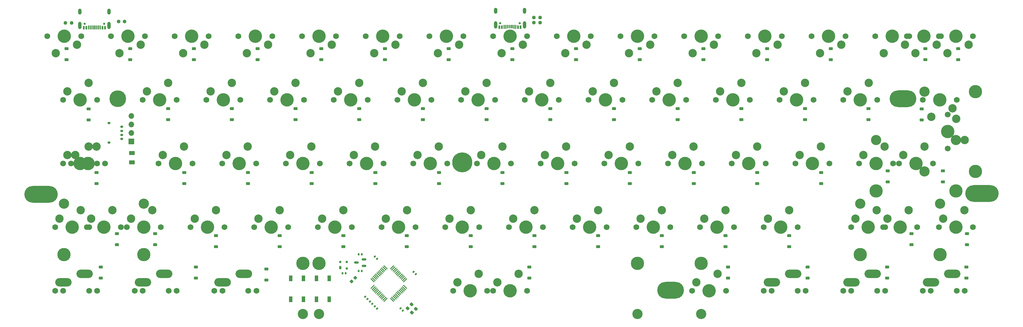
<source format=gbs>
G04 #@! TF.GenerationSoftware,KiCad,Pcbnew,8.0.4*
G04 #@! TF.CreationDate,2024-08-26T00:00:45+02:00*
G04 #@! TF.ProjectId,keyboard,6b657962-6f61-4726-942e-6b696361645f,rev?*
G04 #@! TF.SameCoordinates,Original*
G04 #@! TF.FileFunction,Soldermask,Bot*
G04 #@! TF.FilePolarity,Negative*
%FSLAX46Y46*%
G04 Gerber Fmt 4.6, Leading zero omitted, Abs format (unit mm)*
G04 Created by KiCad (PCBNEW 8.0.4) date 2024-08-26 00:00:45*
%MOMM*%
%LPD*%
G01*
G04 APERTURE LIST*
G04 Aperture macros list*
%AMRoundRect*
0 Rectangle with rounded corners*
0 $1 Rounding radius*
0 $2 $3 $4 $5 $6 $7 $8 $9 X,Y pos of 4 corners*
0 Add a 4 corners polygon primitive as box body*
4,1,4,$2,$3,$4,$5,$6,$7,$8,$9,$2,$3,0*
0 Add four circle primitives for the rounded corners*
1,1,$1+$1,$2,$3*
1,1,$1+$1,$4,$5*
1,1,$1+$1,$6,$7*
1,1,$1+$1,$8,$9*
0 Add four rect primitives between the rounded corners*
20,1,$1+$1,$2,$3,$4,$5,0*
20,1,$1+$1,$4,$5,$6,$7,0*
20,1,$1+$1,$6,$7,$8,$9,0*
20,1,$1+$1,$8,$9,$2,$3,0*%
G04 Aperture macros list end*
%ADD10RoundRect,0.237500X-0.344715X0.008839X0.008839X-0.344715X0.344715X-0.008839X-0.008839X0.344715X0*%
%ADD11C,1.750000*%
%ADD12C,4.000000*%
%ADD13C,2.500000*%
%ADD14O,4.900000X2.500000*%
%ADD15C,3.048000*%
%ADD16C,3.987800*%
%ADD17RoundRect,0.225000X-0.375000X0.225000X-0.375000X-0.225000X0.375000X-0.225000X0.375000X0.225000X0*%
%ADD18RoundRect,0.225000X0.375000X-0.225000X0.375000X0.225000X-0.375000X0.225000X-0.375000X-0.225000X0*%
%ADD19RoundRect,0.140000X0.219203X0.021213X0.021213X0.219203X-0.219203X-0.021213X-0.021213X-0.219203X0*%
%ADD20RoundRect,0.140000X-0.219203X-0.021213X-0.021213X-0.219203X0.219203X0.021213X0.021213X0.219203X0*%
%ADD21O,8.000000X5.000000*%
%ADD22O,10.000000X5.000000*%
%ADD23RoundRect,0.237500X-0.250000X-0.237500X0.250000X-0.237500X0.250000X0.237500X-0.250000X0.237500X0*%
%ADD24RoundRect,0.140000X-0.140000X-0.170000X0.140000X-0.170000X0.140000X0.170000X-0.140000X0.170000X0*%
%ADD25RoundRect,0.237500X0.250000X0.237500X-0.250000X0.237500X-0.250000X-0.237500X0.250000X-0.237500X0*%
%ADD26RoundRect,0.250000X-0.625000X0.375000X-0.625000X-0.375000X0.625000X-0.375000X0.625000X0.375000X0*%
%ADD27R,1.700000X1.700000*%
%ADD28O,1.700000X1.700000*%
%ADD29RoundRect,0.140000X0.140000X0.170000X-0.140000X0.170000X-0.140000X-0.170000X0.140000X-0.170000X0*%
%ADD30RoundRect,0.075000X-0.415425X-0.521491X0.521491X0.415425X0.415425X0.521491X-0.521491X-0.415425X0*%
%ADD31RoundRect,0.075000X0.415425X-0.521491X0.521491X-0.415425X-0.415425X0.521491X-0.521491X0.415425X0*%
%ADD32C,5.000000*%
%ADD33RoundRect,0.150000X0.275000X-0.150000X0.275000X0.150000X-0.275000X0.150000X-0.275000X-0.150000X0*%
%ADD34RoundRect,0.175000X0.225000X-0.175000X0.225000X0.175000X-0.225000X0.175000X-0.225000X-0.175000X0*%
%ADD35R,1.000000X1.700000*%
%ADD36RoundRect,0.225000X-0.017678X0.335876X-0.335876X0.017678X0.017678X-0.335876X0.335876X-0.017678X0*%
%ADD37C,0.650000*%
%ADD38R,0.600000X1.100000*%
%ADD39R,0.300000X1.240000*%
%ADD40R,0.300000X1.020000*%
%ADD41R,0.300000X1.120000*%
%ADD42O,1.000000X1.800000*%
%ADD43O,1.000000X2.200000*%
%ADD44RoundRect,0.150000X0.512500X0.150000X-0.512500X0.150000X-0.512500X-0.150000X0.512500X-0.150000X0*%
%ADD45C,6.000000*%
%ADD46RoundRect,0.175000X-0.175000X-0.325000X0.175000X-0.325000X0.175000X0.325000X-0.175000X0.325000X0*%
%ADD47RoundRect,0.150000X-0.200000X-0.150000X0.200000X-0.150000X0.200000X0.150000X-0.200000X0.150000X0*%
G04 APERTURE END LIST*
D10*
X103900000Y-80300000D03*
X105190470Y-81590470D03*
X102754765Y-81454765D03*
X104045235Y-82745235D03*
D11*
X118745000Y-19050000D03*
D12*
X123825000Y-19050000D03*
D11*
X128905000Y-19050000D03*
D13*
X120015000Y-16510000D03*
X126365000Y-13970000D03*
D11*
X175895000Y-19050000D03*
D12*
X180975000Y-19050000D03*
D11*
X186055000Y-19050000D03*
D13*
X177165000Y-16510000D03*
X183515000Y-13970000D03*
D11*
X176530000Y0D03*
D12*
X171450000Y0D03*
D11*
X166370000Y0D03*
D13*
X175260000Y-2540000D03*
X168910000Y-5080000D03*
D11*
X209213750Y-76200000D03*
X211613750Y-76200000D03*
X219373750Y-76200000D03*
X221773750Y-76200000D03*
D14*
X211683750Y-73660000D03*
D13*
X212883750Y-73660000D03*
D14*
X218033750Y-71120000D03*
D13*
X219233750Y-71120000D03*
D11*
X100330000Y0D03*
D12*
X95250000Y0D03*
D11*
X90170000Y0D03*
D13*
X99060000Y-2540000D03*
X92710000Y-5080000D03*
D11*
X233026250Y-76200000D03*
X235426250Y-76200000D03*
X243186250Y-76200000D03*
X245586250Y-76200000D03*
D14*
X235496250Y-73660000D03*
D13*
X236696250Y-73660000D03*
D14*
X241846250Y-71120000D03*
D13*
X243046250Y-71120000D03*
D11*
X252730000Y0D03*
D12*
X247650000Y0D03*
D11*
X242570000Y0D03*
D13*
X251460000Y-2540000D03*
X245110000Y-5080000D03*
D11*
X43180000Y0D03*
D12*
X38100000Y0D03*
D11*
X33020000Y0D03*
D13*
X41910000Y-2540000D03*
X35560000Y-5080000D03*
D11*
X24130000Y0D03*
D12*
X19050000Y0D03*
D11*
X13970000Y0D03*
D13*
X22860000Y-2540000D03*
X16510000Y-5080000D03*
D11*
X261620000Y-57150000D03*
D12*
X266700000Y-57150000D03*
D11*
X271780000Y-57150000D03*
D13*
X262890000Y-54610000D03*
X269240000Y-52070000D03*
D11*
X213995000Y-19050000D03*
D12*
X219075000Y-19050000D03*
D11*
X224155000Y-19050000D03*
D13*
X215265000Y-16510000D03*
X221615000Y-13970000D03*
D11*
X199707500Y-38100000D03*
D12*
X204787500Y-38100000D03*
D11*
X209867500Y-38100000D03*
D13*
X200977500Y-35560000D03*
X207327500Y-33020000D03*
D11*
X138430000Y0D03*
D12*
X133350000Y0D03*
D11*
X128270000Y0D03*
D13*
X137160000Y-2540000D03*
X130810000Y-5080000D03*
D11*
X157480000Y0D03*
D12*
X152400000Y0D03*
D11*
X147320000Y0D03*
D13*
X156210000Y-2540000D03*
X149860000Y-5080000D03*
D11*
X256838750Y-76200000D03*
X259238750Y-76200000D03*
X266998750Y-76200000D03*
X269398750Y-76200000D03*
D14*
X259308750Y-73660000D03*
D13*
X260508750Y-73660000D03*
D14*
X265658750Y-71120000D03*
D13*
X266858750Y-71120000D03*
D15*
X242855750Y-31115000D03*
D16*
X242855750Y-46325000D03*
D15*
X266731750Y-31115000D03*
D16*
X266731750Y-46325000D03*
D11*
X28257500Y-38100000D03*
D12*
X33337500Y-38100000D03*
D11*
X38417500Y-38100000D03*
D13*
X29527500Y-35560000D03*
X35877500Y-33020000D03*
D11*
X237820000Y-38100000D03*
D12*
X242900000Y-38100000D03*
D11*
X247980000Y-38100000D03*
D13*
X239090000Y-35560000D03*
X245440000Y-33020000D03*
D11*
X5080000Y0D03*
D12*
X0Y0D03*
D11*
X-5080000Y0D03*
D13*
X3810000Y-2540000D03*
X-2540000Y-5080000D03*
D11*
X-2700000Y-57150000D03*
D12*
X2380000Y-57150000D03*
D11*
X7460000Y-57150000D03*
D13*
X-1430000Y-54610000D03*
X4920000Y-52070000D03*
D11*
X194945000Y-19050000D03*
D12*
X200025000Y-19050000D03*
D11*
X205105000Y-19050000D03*
D13*
X196215000Y-16510000D03*
X202565000Y-13970000D03*
D11*
X249713750Y-38100000D03*
D12*
X254793750Y-38100000D03*
D11*
X259873750Y-38100000D03*
D13*
X250983750Y-35560000D03*
X257333750Y-33020000D03*
D11*
X152082500Y-57150000D03*
D12*
X157162500Y-57150000D03*
D11*
X162242500Y-57150000D03*
D13*
X153352500Y-54610000D03*
X159702500Y-52070000D03*
D11*
X94932500Y-57150000D03*
D12*
X100012500Y-57150000D03*
D11*
X105092500Y-57150000D03*
D13*
X96202500Y-54610000D03*
X102552500Y-52070000D03*
D11*
X119380000Y0D03*
D12*
X114300000Y0D03*
D11*
X109220000Y0D03*
D13*
X118110000Y-2540000D03*
X111760000Y-5080000D03*
D11*
X195580000Y0D03*
D12*
X190500000Y0D03*
D11*
X185420000Y0D03*
D13*
X194310000Y-2540000D03*
X187960000Y-5080000D03*
D15*
X171443750Y-83185000D03*
D16*
X171443750Y-67975000D03*
D15*
X71443750Y-83185000D03*
D16*
X71443750Y-67975000D03*
D11*
X262280000Y0D03*
D12*
X257200000Y0D03*
D11*
X252120000Y0D03*
D13*
X261010000Y-2540000D03*
X254660000Y-5080000D03*
D11*
X233045000Y-19050000D03*
D12*
X238125000Y-19050000D03*
D11*
X243205000Y-19050000D03*
D13*
X234315000Y-16510000D03*
X240665000Y-13970000D03*
D11*
X99695000Y-19050000D03*
D12*
X104775000Y-19050000D03*
D11*
X109855000Y-19050000D03*
D13*
X100965000Y-16510000D03*
X107315000Y-13970000D03*
D15*
X-31750Y-50165000D03*
D16*
X-31750Y-65375000D03*
D15*
X23844250Y-50165000D03*
D16*
X23844250Y-65375000D03*
D11*
X264320000Y-23490000D03*
D12*
X264320000Y-28570000D03*
D11*
X264320000Y-33650000D03*
D13*
X266860000Y-24760000D03*
X269400000Y-31110000D03*
D11*
X123507500Y-38100000D03*
D12*
X128587500Y-38100000D03*
D11*
X133667500Y-38100000D03*
D13*
X124777500Y-35560000D03*
X131127500Y-33020000D03*
D11*
X161607500Y-38100000D03*
D12*
X166687500Y-38100000D03*
D11*
X171767500Y-38100000D03*
D13*
X162877500Y-35560000D03*
X169227500Y-33020000D03*
D11*
X-2698750Y-76200000D03*
X-298750Y-76200000D03*
X7461250Y-76200000D03*
X9861250Y-76200000D03*
D14*
X-228750Y-73660000D03*
D13*
X971250Y-73660000D03*
D14*
X6121250Y-71120000D03*
D13*
X7321250Y-71120000D03*
D15*
X257335000Y-40508000D03*
D16*
X272545000Y-40508000D03*
D15*
X257335000Y-16632000D03*
D16*
X272545000Y-16632000D03*
D11*
X142557500Y-38100000D03*
D12*
X147637500Y-38100000D03*
D11*
X152717500Y-38100000D03*
D13*
X143827500Y-35560000D03*
X150177500Y-33020000D03*
D11*
X23495000Y-19050000D03*
D12*
X28575000Y-19050000D03*
D11*
X33655000Y-19050000D03*
D13*
X24765000Y-16510000D03*
X31115000Y-13970000D03*
D11*
X233680000Y0D03*
D12*
X228600000Y0D03*
D11*
X223520000Y0D03*
D13*
X232410000Y-2540000D03*
X226060000Y-5080000D03*
D11*
X18720000Y-57150000D03*
D12*
X23800000Y-57150000D03*
D11*
X28880000Y-57150000D03*
D13*
X19990000Y-54610000D03*
X26340000Y-52070000D03*
D11*
X75882500Y-57150000D03*
D12*
X80962500Y-57150000D03*
D11*
X86042500Y-57150000D03*
D13*
X77152500Y-54610000D03*
X83502500Y-52070000D03*
D11*
X180657500Y-38100000D03*
D12*
X185737500Y-38100000D03*
D11*
X190817500Y-38100000D03*
D13*
X181927500Y-35560000D03*
X188277500Y-33020000D03*
D15*
X190500000Y-83186270D03*
D16*
X190500000Y-67976270D03*
D15*
X76200000Y-83186270D03*
D16*
X76200000Y-67976270D03*
D11*
X187801250Y-76200000D03*
D12*
X192881250Y-76200000D03*
D11*
X197961250Y-76200000D03*
D13*
X189071250Y-73660000D03*
X195421250Y-71120000D03*
D15*
X238093250Y-50160050D03*
D16*
X238093250Y-65370050D03*
D15*
X261969250Y-50160050D03*
D16*
X261969250Y-65370050D03*
D11*
X44926250Y-76200000D03*
X47326250Y-76200000D03*
X55086250Y-76200000D03*
X57486250Y-76200000D03*
D14*
X47396250Y-73660000D03*
D13*
X48596250Y-73660000D03*
D14*
X53746250Y-71120000D03*
D13*
X54946250Y-71120000D03*
D11*
X116363750Y-76200000D03*
D12*
X121443750Y-76200000D03*
D11*
X126523750Y-76200000D03*
D13*
X117633750Y-73660000D03*
X123983750Y-71120000D03*
D11*
X137795000Y-19050000D03*
D12*
X142875000Y-19050000D03*
D11*
X147955000Y-19050000D03*
D13*
X139065000Y-16510000D03*
X145415000Y-13970000D03*
D11*
X66357500Y-38100000D03*
D12*
X71437500Y-38100000D03*
D11*
X76517500Y-38100000D03*
D13*
X67627500Y-35560000D03*
X73977500Y-33020000D03*
D11*
X244951250Y-57150000D03*
D12*
X250031250Y-57150000D03*
D11*
X255111250Y-57150000D03*
D13*
X246221250Y-54610000D03*
X252571250Y-52070000D03*
D11*
X156845000Y-19050000D03*
D12*
X161925000Y-19050000D03*
D11*
X167005000Y-19050000D03*
D13*
X158115000Y-16510000D03*
X164465000Y-13970000D03*
D11*
X113982500Y-57150000D03*
D12*
X119062500Y-57150000D03*
D11*
X124142500Y-57150000D03*
D13*
X115252500Y-54610000D03*
X121602500Y-52070000D03*
D11*
X104457500Y-38100000D03*
D12*
X109537500Y-38100000D03*
D11*
X114617500Y-38100000D03*
D13*
X105727500Y-35560000D03*
X112077500Y-33020000D03*
D11*
X56832500Y-57150000D03*
D12*
X61912500Y-57150000D03*
D11*
X66992500Y-57150000D03*
D13*
X58102500Y-54610000D03*
X64452500Y-52070000D03*
D11*
X214630000Y0D03*
D12*
X209550000Y0D03*
D11*
X204470000Y0D03*
D13*
X213360000Y-2540000D03*
X207010000Y-5080000D03*
D11*
X209232500Y-57150000D03*
D12*
X214312500Y-57150000D03*
D11*
X219392500Y-57150000D03*
D13*
X210502500Y-54610000D03*
X216852500Y-52070000D03*
D11*
X171132500Y-57150000D03*
D12*
X176212500Y-57150000D03*
D11*
X181292500Y-57150000D03*
D13*
X172402500Y-54610000D03*
X178752500Y-52070000D03*
D11*
X271780000Y0D03*
D12*
X266700000Y0D03*
D11*
X261620000Y0D03*
D13*
X270510000Y-2540000D03*
X264160000Y-5080000D03*
D11*
X81280000Y0D03*
D12*
X76200000Y0D03*
D11*
X71120000Y0D03*
D13*
X80010000Y-2540000D03*
X73660000Y-5080000D03*
D11*
X61595000Y-19050000D03*
D12*
X66675000Y-19050000D03*
D11*
X71755000Y-19050000D03*
D13*
X62865000Y-16510000D03*
X69215000Y-13970000D03*
D11*
X267017500Y-19050000D03*
D12*
X261937500Y-19050000D03*
D11*
X256857500Y-19050000D03*
D13*
X265747500Y-21590000D03*
X259397500Y-24130000D03*
D11*
X47307500Y-38100000D03*
D12*
X52387500Y-38100000D03*
D11*
X57467500Y-38100000D03*
D13*
X48577500Y-35560000D03*
X54927500Y-33020000D03*
D11*
X235420000Y-57150000D03*
D12*
X240500000Y-57150000D03*
D11*
X245580000Y-57150000D03*
D13*
X236690000Y-54610000D03*
X243040000Y-52070000D03*
D11*
X6826250Y-57150000D03*
D12*
X11906250Y-57150000D03*
D11*
X16986250Y-57150000D03*
D13*
X8096250Y-54610000D03*
X14446250Y-52070000D03*
D11*
X190182500Y-57150000D03*
D12*
X195262500Y-57150000D03*
D11*
X200342500Y-57150000D03*
D13*
X191452500Y-54610000D03*
X197802500Y-52070000D03*
D11*
X133032500Y-57150000D03*
D12*
X138112500Y-57150000D03*
D11*
X143192500Y-57150000D03*
D13*
X134302500Y-54610000D03*
X140652500Y-52070000D03*
D11*
X62230000Y0D03*
D12*
X57150000Y0D03*
D11*
X52070000Y0D03*
D13*
X60960000Y-2540000D03*
X54610000Y-5080000D03*
D11*
X218757500Y-38100000D03*
D12*
X223837500Y-38100000D03*
D11*
X228917500Y-38100000D03*
D13*
X220027500Y-35560000D03*
X226377500Y-33020000D03*
D11*
X-317500Y-38100000D03*
D12*
X4762500Y-38100000D03*
D11*
X9842500Y-38100000D03*
D13*
X952500Y-35560000D03*
X7302500Y-33020000D03*
D11*
X85407500Y-38100000D03*
D12*
X90487500Y-38100000D03*
D11*
X95567500Y-38100000D03*
D13*
X86677500Y-35560000D03*
X93027500Y-33020000D03*
D11*
X37782500Y-57150000D03*
D12*
X42862500Y-57150000D03*
D11*
X47942500Y-57150000D03*
D13*
X39052500Y-54610000D03*
X45402500Y-52070000D03*
D11*
X-317500Y-19050000D03*
D12*
X4762500Y-19050000D03*
D11*
X9842500Y-19050000D03*
D13*
X952500Y-16510000D03*
X7302500Y-13970000D03*
D11*
X21120000Y-76200000D03*
X23520000Y-76200000D03*
X31280000Y-76200000D03*
X33680000Y-76200000D03*
D14*
X23590000Y-73660000D03*
D13*
X24790000Y-73660000D03*
D14*
X29940000Y-71120000D03*
D13*
X31140000Y-71120000D03*
D11*
X2063750Y-38100000D03*
D12*
X7143750Y-38100000D03*
D11*
X12223750Y-38100000D03*
D13*
X3333750Y-35560000D03*
X9683750Y-33020000D03*
D11*
X42545000Y-19050000D03*
D12*
X47625000Y-19050000D03*
D11*
X52705000Y-19050000D03*
D13*
X43815000Y-16510000D03*
X50165000Y-13970000D03*
D11*
X80645000Y-19050000D03*
D12*
X85725000Y-19050000D03*
D11*
X90805000Y-19050000D03*
D13*
X81915000Y-16510000D03*
X88265000Y-13970000D03*
D11*
X128270000Y-76201270D03*
D12*
X133350000Y-76201270D03*
D11*
X138430000Y-76201270D03*
D13*
X129540000Y-73661270D03*
X135890000Y-71121270D03*
D17*
X246150000Y-69099999D03*
X246150000Y-72399999D03*
D18*
X126350000Y-25000000D03*
X126350000Y-21700000D03*
X207300000Y-44100000D03*
X207300000Y-40800000D03*
X115000000Y-7025000D03*
X115000000Y-3725000D03*
X240600000Y-25000000D03*
X240600000Y-21700000D03*
D19*
X93553372Y-66611236D03*
X92874550Y-65932414D03*
D18*
X60500000Y-73000000D03*
X60500000Y-69700000D03*
X95950000Y-7025000D03*
X95950000Y-3725000D03*
D20*
X91450000Y-79400000D03*
X92128822Y-80078822D03*
D18*
X226400000Y-44100000D03*
X226400000Y-40800000D03*
X159700000Y-63000000D03*
X159700000Y-59700000D03*
D20*
X100652725Y-81488764D03*
X101331547Y-82167586D03*
D18*
X102500000Y-63000000D03*
X102500000Y-59700000D03*
X191200000Y-7025000D03*
X191200000Y-3725000D03*
X267400000Y-7025000D03*
X267400000Y-3725000D03*
D21*
X181350000Y-76000000D03*
D18*
X57850000Y-7025000D03*
X57850000Y-3725000D03*
D22*
X274500000Y-47100000D03*
D23*
X140512500Y5625000D03*
X142337500Y5625000D03*
D24*
X88089999Y-65300000D03*
X89049999Y-65300000D03*
D18*
X50150000Y-25000000D03*
X50150000Y-21700000D03*
D25*
X142337500Y4050000D03*
X140512500Y4050000D03*
D26*
X20250000Y-34950000D03*
X20250000Y-37750000D03*
D18*
X121600000Y-63000000D03*
X121600000Y-59700000D03*
X172150000Y-7025000D03*
X172150000Y-3725000D03*
D17*
X198600000Y-69099999D03*
X198600000Y-72399999D03*
D18*
X38800000Y-7025000D03*
X38800000Y-3725000D03*
X169200000Y-44100000D03*
X169200000Y-40800000D03*
X253400000Y-62400000D03*
X253400000Y-59100000D03*
X150200000Y-44100000D03*
X150200000Y-40800000D03*
D27*
X20125000Y-31475000D03*
D28*
X20125000Y-28935000D03*
X20125000Y-26395000D03*
X20125000Y-23855000D03*
D18*
X246300000Y-43600000D03*
X246300000Y-40300000D03*
D19*
X90724945Y-78689411D03*
X90046123Y-78010589D03*
D29*
X89050000Y-70300000D03*
X88090000Y-70300000D03*
D18*
X31100000Y-25000000D03*
X31100000Y-21700000D03*
X153100000Y-7025000D03*
X153100000Y-3725000D03*
X188300000Y-44100000D03*
X188300000Y-40800000D03*
D30*
X96104260Y-78937876D03*
X95750706Y-78584322D03*
X95397153Y-78230769D03*
X95043599Y-77877215D03*
X94690046Y-77523662D03*
X94336493Y-77170109D03*
X93982939Y-76816555D03*
X93629386Y-76463002D03*
X93275833Y-76109449D03*
X92922279Y-75755895D03*
X92568726Y-75402342D03*
X92215172Y-75048788D03*
D31*
X92215172Y-73051212D03*
X92568726Y-72697658D03*
X92922279Y-72344105D03*
X93275833Y-71990551D03*
X93629386Y-71636998D03*
X93982939Y-71283445D03*
X94336493Y-70929891D03*
X94690046Y-70576338D03*
X95043599Y-70222785D03*
X95397153Y-69869231D03*
X95750706Y-69515678D03*
X96104260Y-69162124D03*
D30*
X98101836Y-69162124D03*
X98455390Y-69515678D03*
X98808943Y-69869231D03*
X99162497Y-70222785D03*
X99516050Y-70576338D03*
X99869603Y-70929891D03*
X100223157Y-71283445D03*
X100576710Y-71636998D03*
X100930263Y-71990551D03*
X101283817Y-72344105D03*
X101637370Y-72697658D03*
X101990924Y-73051212D03*
D31*
X101990924Y-75048788D03*
X101637370Y-75402342D03*
X101283817Y-75755895D03*
X100930263Y-76109449D03*
X100576710Y-76463002D03*
X100223157Y-76816555D03*
X99869603Y-77170109D03*
X99516050Y-77523662D03*
X99162497Y-77877215D03*
X98808943Y-78230769D03*
X98455390Y-78584322D03*
X98101836Y-78937876D03*
D18*
X140700000Y-63000000D03*
X140700000Y-59700000D03*
D25*
X18087500Y4375000D03*
X16262500Y4375000D03*
D32*
X16050000Y-18700000D03*
D18*
X54950000Y-44100000D03*
X54950000Y-40800000D03*
D17*
X139170000Y-69100000D03*
X139170000Y-72400000D03*
D20*
X104500000Y-70550000D03*
X105178822Y-71228822D03*
D25*
X2212500Y3975000D03*
X387500Y3975000D03*
D18*
X19750000Y-7025000D03*
X19750000Y-3725000D03*
D33*
X17200000Y-30725000D03*
X17200000Y-29525000D03*
X17200000Y-28325000D03*
X17200000Y-27125000D03*
D34*
X13425000Y-31875000D03*
X13425000Y-25975000D03*
D18*
X93100000Y-44100000D03*
X93100000Y-40800000D03*
D17*
X269900000Y-69099999D03*
X269900000Y-72399999D03*
X39370000Y-69099999D03*
X39370000Y-72399999D03*
D18*
X9700000Y-44100000D03*
X9700000Y-40800000D03*
X45400000Y-63000000D03*
X45400000Y-59700000D03*
X262800000Y-43600000D03*
X262800000Y-40300000D03*
X74000000Y-44100000D03*
X74000000Y-40800000D03*
D35*
X67800000Y-72450000D03*
X67800000Y-78750000D03*
X71600000Y-72450000D03*
X71600000Y-78750000D03*
D18*
X221600000Y-25000000D03*
X221600000Y-21700000D03*
D19*
X93550000Y-81500000D03*
X92871178Y-80821178D03*
D17*
X222400000Y-69099999D03*
X222400000Y-72399999D03*
D18*
X69200000Y-25000000D03*
X69200000Y-21700000D03*
X183500000Y-25000000D03*
X183500000Y-21700000D03*
X35900000Y-44100000D03*
X35900000Y-40800000D03*
D36*
X87046016Y-72303984D03*
X85950000Y-73400000D03*
D18*
X83500000Y-63000000D03*
X83500000Y-59700000D03*
D29*
X84180000Y-70950000D03*
X83220000Y-70950000D03*
D18*
X216850000Y-63000000D03*
X216850000Y-59700000D03*
D21*
X250900000Y-18700000D03*
D18*
X197800000Y-63000000D03*
X197800000Y-59700000D03*
D22*
X-6900000Y-47300000D03*
D18*
X107300000Y-25000000D03*
X107300000Y-21700000D03*
D37*
X130460000Y3900000D03*
X136240000Y3900000D03*
D38*
X130150000Y2725000D03*
X130950000Y2725000D03*
D39*
X132100000Y2800000D03*
D40*
X133100000Y2910000D03*
X133600000Y2910000D03*
D39*
X134600000Y2800000D03*
D38*
X135750000Y2725000D03*
X136550000Y2725000D03*
X136550000Y2725000D03*
X135750000Y2725000D03*
D39*
X135100000Y2800000D03*
D41*
X134100000Y2860000D03*
X132600000Y2860000D03*
D39*
X131600000Y2800000D03*
D38*
X130950000Y2725000D03*
X130150000Y2725000D03*
D42*
X129030000Y7600000D03*
D43*
X129030000Y3400000D03*
D42*
X137670000Y7600000D03*
D43*
X137670000Y3400000D03*
D44*
X89707499Y-66825000D03*
X89707499Y-68725000D03*
X87432499Y-67775000D03*
D18*
X27200000Y-62400000D03*
X27200000Y-59100000D03*
D35*
X79300000Y-78750000D03*
X79300000Y-72450000D03*
X75500000Y-78750000D03*
X75500000Y-72450000D03*
D45*
X119050000Y-37800000D03*
D18*
X15800000Y-62400000D03*
X15800000Y-59100000D03*
D37*
X6160000Y3700000D03*
X11940000Y3700000D03*
D38*
X5850000Y2525000D03*
X6650000Y2525000D03*
D39*
X7800000Y2600000D03*
X8800000Y2600000D03*
X9300000Y2600000D03*
X10300000Y2600000D03*
D38*
X11450000Y2525000D03*
X12250000Y2525000D03*
X12250000Y2525000D03*
X11450000Y2525000D03*
D39*
X10800000Y2600000D03*
X9800000Y2600000D03*
X8300000Y2600000D03*
X7300000Y2600000D03*
D38*
X6650000Y2525000D03*
X5850000Y2525000D03*
D42*
X4730000Y7400000D03*
D43*
X4730000Y3200000D03*
D42*
X13370000Y7400000D03*
D43*
X13370000Y3200000D03*
D18*
X7350000Y-25075000D03*
X7350000Y-21775000D03*
X700000Y-7025000D03*
X700000Y-3725000D03*
X270000000Y-62400000D03*
X270000000Y-59100000D03*
D17*
X10920000Y-69099999D03*
X10920000Y-72399999D03*
D18*
X64450000Y-63000000D03*
X64450000Y-59700000D03*
X202550000Y-25000000D03*
X202550000Y-21700000D03*
X164450000Y-25000000D03*
X164450000Y-21700000D03*
X178750000Y-63000000D03*
X178750000Y-59700000D03*
X256450000Y-25100000D03*
X256450000Y-21800000D03*
X88250000Y-25000000D03*
X88250000Y-21700000D03*
X229300000Y-7025000D03*
X229300000Y-3725000D03*
X145400000Y-25000000D03*
X145400000Y-21700000D03*
X76900000Y-7025000D03*
X76900000Y-3725000D03*
D46*
X82550000Y-69300000D03*
D47*
X82550000Y-67600000D03*
X84550000Y-67600000D03*
X84550000Y-69500000D03*
D18*
X134050000Y-7025000D03*
X134050000Y-3725000D03*
X131100000Y-44100000D03*
X131100000Y-40800000D03*
X210250000Y-7025000D03*
X210250000Y-3725000D03*
X257600000Y-7025000D03*
X257600000Y-3725000D03*
X112100000Y-44100000D03*
X112100000Y-40800000D03*
M02*

</source>
